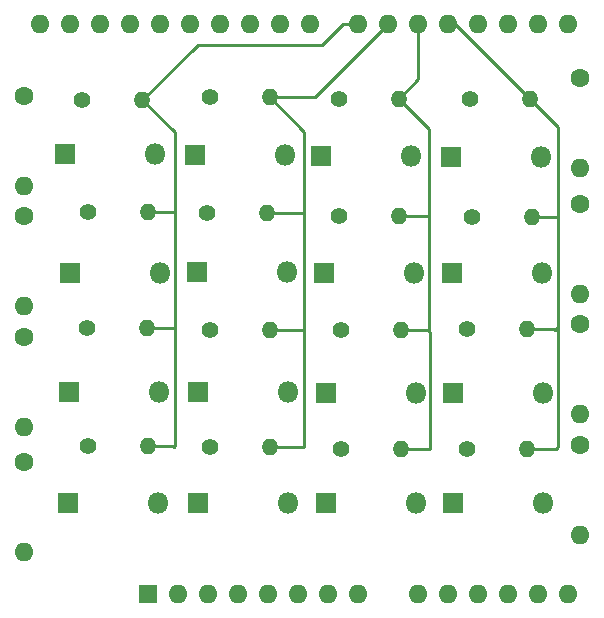
<source format=gbr>
%TF.GenerationSoftware,KiCad,Pcbnew,(6.0.10)*%
%TF.CreationDate,2023-01-21T21:44:47-06:00*%
%TF.ProjectId,Keypad,4b657970-6164-42e6-9b69-6361645f7063,rev?*%
%TF.SameCoordinates,Original*%
%TF.FileFunction,Copper,L2,Bot*%
%TF.FilePolarity,Positive*%
%FSLAX46Y46*%
G04 Gerber Fmt 4.6, Leading zero omitted, Abs format (unit mm)*
G04 Created by KiCad (PCBNEW (6.0.10)) date 2023-01-21 21:44:47*
%MOMM*%
%LPD*%
G01*
G04 APERTURE LIST*
%TA.AperFunction,ComponentPad*%
%ADD10R,1.800000X1.800000*%
%TD*%
%TA.AperFunction,ComponentPad*%
%ADD11O,1.800000X1.800000*%
%TD*%
%TA.AperFunction,ComponentPad*%
%ADD12C,1.400000*%
%TD*%
%TA.AperFunction,ComponentPad*%
%ADD13O,1.400000X1.400000*%
%TD*%
%TA.AperFunction,ComponentPad*%
%ADD14C,1.600000*%
%TD*%
%TA.AperFunction,ComponentPad*%
%ADD15O,1.600000X1.600000*%
%TD*%
%TA.AperFunction,ComponentPad*%
%ADD16R,1.600000X1.600000*%
%TD*%
%TA.AperFunction,Conductor*%
%ADD17C,0.250000*%
%TD*%
G04 APERTURE END LIST*
D10*
%TO.P,D8,1,K*%
%TO.N,Net-(D8-Pad1)*%
X128422400Y-87299800D03*
D11*
%TO.P,D8,2,A*%
%TO.N,Net-(D12-Pad2)*%
X136042400Y-87299800D03*
%TD*%
D12*
%TO.P,SW12,1,1*%
%TO.N,Net-(D12-Pad1)*%
X140487400Y-82727800D03*
D13*
%TO.P,SW12,2,2*%
%TO.N,Net-(SW10-Pad2)*%
X145567400Y-82727800D03*
%TD*%
D10*
%TO.P,D16,1,K*%
%TO.N,Net-(D16-Pad1)*%
X150012400Y-87299800D03*
D11*
%TO.P,D16,2,A*%
%TO.N,Net-(D12-Pad2)*%
X157632400Y-87299800D03*
%TD*%
D14*
%TO.P,R1_330,1*%
%TO.N,Net-(R1_330-Pad1)*%
X160782000Y-82423000D03*
D15*
%TO.P,R1_330,2*%
%TO.N,Net-(D12-Pad2)*%
X160782000Y-90043000D03*
%TD*%
D10*
%TO.P,D13,1,K*%
%TO.N,Net-(D13-Pad1)*%
X149834600Y-57988200D03*
D11*
%TO.P,D13,2,A*%
%TO.N,Net-(D1-Pad2)*%
X157454600Y-57988200D03*
%TD*%
D12*
%TO.P,SW14,1,1*%
%TO.N,Net-(D14-Pad1)*%
X151587200Y-63093600D03*
D13*
%TO.P,SW14,2,2*%
%TO.N,Net-(SW13-Pad2)*%
X156667200Y-63093600D03*
%TD*%
D10*
%TO.P,D7,1,K*%
%TO.N,Net-(D7-Pad1)*%
X128422400Y-77901800D03*
D11*
%TO.P,D7,2,A*%
%TO.N,Net-(D11-Pad2)*%
X136042400Y-77901800D03*
%TD*%
D12*
%TO.P,SW6,1,1*%
%TO.N,Net-(D6-Pad1)*%
X129133600Y-62788800D03*
D13*
%TO.P,SW6,2,2*%
%TO.N,Net-(SW5-Pad2)*%
X134213600Y-62788800D03*
%TD*%
D12*
%TO.P,SW9,1,1*%
%TO.N,Net-(D9-Pad1)*%
X140309600Y-53111400D03*
D13*
%TO.P,SW9,2,2*%
%TO.N,Net-(SW10-Pad2)*%
X145389600Y-53111400D03*
%TD*%
D10*
%TO.P,D6,1,K*%
%TO.N,Net-(D6-Pad1)*%
X128295400Y-67741800D03*
D11*
%TO.P,D6,2,A*%
%TO.N,Net-(D10-Pad2)*%
X135915400Y-67741800D03*
%TD*%
D12*
%TO.P,SW11,1,1*%
%TO.N,Net-(D11-Pad1)*%
X140487400Y-72694800D03*
D13*
%TO.P,SW11,2,2*%
%TO.N,Net-(SW10-Pad2)*%
X145567400Y-72694800D03*
%TD*%
D14*
%TO.P,R2_330,1*%
%TO.N,Net-(R2_330-Pad1)*%
X160782000Y-72136000D03*
D15*
%TO.P,R2_330,2*%
%TO.N,Net-(D11-Pad2)*%
X160782000Y-79756000D03*
%TD*%
D14*
%TO.P,R3_330,1*%
%TO.N,Net-(R3_330-Pad1)*%
X160782000Y-61976000D03*
D15*
%TO.P,R3_330,2*%
%TO.N,Net-(D10-Pad2)*%
X160782000Y-69596000D03*
%TD*%
D10*
%TO.P,D1,1,K*%
%TO.N,Net-(D1-Pad1)*%
X117144800Y-57785000D03*
D11*
%TO.P,D1,2,A*%
%TO.N,Net-(D1-Pad2)*%
X124764800Y-57785000D03*
%TD*%
D10*
%TO.P,D9,1,K*%
%TO.N,Net-(D9-Pad1)*%
X138836400Y-57937400D03*
D11*
%TO.P,D9,2,A*%
%TO.N,Net-(D1-Pad2)*%
X146456400Y-57937400D03*
%TD*%
D10*
%TO.P,D10,1,K*%
%TO.N,Net-(D10-Pad1)*%
X139090400Y-67868800D03*
D11*
%TO.P,D10,2,A*%
%TO.N,Net-(D10-Pad2)*%
X146710400Y-67868800D03*
%TD*%
D10*
%TO.P,D14,1,K*%
%TO.N,Net-(D14-Pad1)*%
X149885400Y-67868800D03*
D11*
%TO.P,D14,2,A*%
%TO.N,Net-(D10-Pad2)*%
X157505400Y-67868800D03*
%TD*%
D10*
%TO.P,D4,1,K*%
%TO.N,Net-(D4-Pad1)*%
X117373400Y-87299800D03*
D11*
%TO.P,D4,2,A*%
%TO.N,Net-(D12-Pad2)*%
X124993400Y-87299800D03*
%TD*%
D10*
%TO.P,D11,1,K*%
%TO.N,Net-(D11-Pad1)*%
X139217400Y-78028800D03*
D11*
%TO.P,D11,2,A*%
%TO.N,Net-(D11-Pad2)*%
X146837400Y-78028800D03*
%TD*%
D12*
%TO.P,SW15,1,1*%
%TO.N,Net-(D15-Pad1)*%
X151155400Y-72567800D03*
D13*
%TO.P,SW15,2,2*%
%TO.N,Net-(SW13-Pad2)*%
X156235400Y-72567800D03*
%TD*%
D14*
%TO.P,R5_1K,1*%
%TO.N,Net-(R5_330-Pad1)*%
X113665000Y-52832000D03*
D15*
%TO.P,R5_1K,2*%
%TO.N,Net-(D1-Pad2)*%
X113665000Y-60452000D03*
%TD*%
D10*
%TO.P,D3,1,K*%
%TO.N,Net-(D3-Pad1)*%
X117500400Y-77876400D03*
D11*
%TO.P,D3,2,A*%
%TO.N,Net-(D11-Pad2)*%
X125120400Y-77876400D03*
%TD*%
%TO.P,D5,2,A*%
%TO.N,Net-(D1-Pad2)*%
X135788400Y-57835800D03*
D10*
%TO.P,D5,1,K*%
%TO.N,Net-(D5-Pad1)*%
X128168400Y-57835800D03*
%TD*%
%TO.P,D12,1,K*%
%TO.N,Net-(D12-Pad1)*%
X139217400Y-87299800D03*
D11*
%TO.P,D12,2,A*%
%TO.N,Net-(D12-Pad2)*%
X146837400Y-87299800D03*
%TD*%
D12*
%TO.P,SW13,1,1*%
%TO.N,Net-(D13-Pad1)*%
X151434800Y-53111400D03*
D13*
%TO.P,SW13,2,2*%
%TO.N,Net-(SW13-Pad2)*%
X156514800Y-53111400D03*
%TD*%
D12*
%TO.P,SW5,1,1*%
%TO.N,Net-(D5-Pad1)*%
X129387600Y-52959000D03*
D13*
%TO.P,SW5,2,2*%
%TO.N,Net-(SW5-Pad2)*%
X134467600Y-52959000D03*
%TD*%
D16*
%TO.P,Keypad,1,NC*%
%TO.N,unconnected-(U1-Pad1)*%
X124206000Y-94996000D03*
D15*
%TO.P,Keypad,2,IOREF*%
%TO.N,unconnected-(U1-Pad2)*%
X126746000Y-94996000D03*
%TO.P,Keypad,3,~{RESET}*%
%TO.N,unconnected-(U1-Pad3)*%
X129286000Y-94996000D03*
%TO.P,Keypad,4,3V3*%
%TO.N,unconnected-(U1-Pad4)*%
X131826000Y-94996000D03*
%TO.P,Keypad,5,+5V*%
%TO.N,unconnected-(U1-Pad5)*%
X134366000Y-94996000D03*
%TO.P,Keypad,6,GND*%
%TO.N,unconnected-(U1-Pad6)*%
X136906000Y-94996000D03*
%TO.P,Keypad,7,GND*%
%TO.N,unconnected-(U1-Pad7)*%
X139446000Y-94996000D03*
%TO.P,Keypad,8,VIN*%
%TO.N,unconnected-(U1-Pad8)*%
X141986000Y-94996000D03*
%TO.P,Keypad,9,A0*%
%TO.N,unconnected-(U1-Pad9)*%
X147066000Y-94996000D03*
%TO.P,Keypad,10,A1*%
%TO.N,unconnected-(U1-Pad10)*%
X149606000Y-94996000D03*
%TO.P,Keypad,11,A2*%
%TO.N,unconnected-(U1-Pad11)*%
X152146000Y-94996000D03*
%TO.P,Keypad,12,A3*%
%TO.N,unconnected-(U1-Pad12)*%
X154686000Y-94996000D03*
%TO.P,Keypad,13,SDA/A4*%
%TO.N,unconnected-(U1-Pad13)*%
X157226000Y-94996000D03*
%TO.P,Keypad,14,SCL/A5*%
%TO.N,unconnected-(U1-Pad14)*%
X159766000Y-94996000D03*
%TO.P,Keypad,15,D0/RX*%
%TO.N,Net-(R1_330-Pad1)*%
X159766000Y-46736000D03*
%TO.P,Keypad,16,D1/TX*%
%TO.N,Net-(R2_330-Pad1)*%
X157226000Y-46736000D03*
%TO.P,Keypad,17,D2*%
%TO.N,Net-(R3_330-Pad1)*%
X154686000Y-46736000D03*
%TO.P,Keypad,18,D3*%
%TO.N,Net-(R4_330-Pad1)*%
X152146000Y-46736000D03*
%TO.P,Keypad,19,D4*%
%TO.N,Net-(SW13-Pad2)*%
X149606000Y-46736000D03*
%TO.P,Keypad,20,D5*%
%TO.N,Net-(SW10-Pad2)*%
X147066000Y-46736000D03*
%TO.P,Keypad,21,D6*%
%TO.N,Net-(SW5-Pad2)*%
X144526000Y-46736000D03*
%TO.P,Keypad,22,D7*%
%TO.N,Net-(SW1-Pad2)*%
X141986000Y-46736000D03*
%TO.P,Keypad,23,D8*%
%TO.N,unconnected-(U1-Pad23)*%
X137926000Y-46736000D03*
%TO.P,Keypad,24,D9*%
%TO.N,unconnected-(U1-Pad24)*%
X135386000Y-46736000D03*
%TO.P,Keypad,25,D10*%
%TO.N,unconnected-(U1-Pad25)*%
X132846000Y-46736000D03*
%TO.P,Keypad,26,D11*%
%TO.N,unconnected-(U1-Pad26)*%
X130306000Y-46736000D03*
%TO.P,Keypad,27,D12*%
%TO.N,unconnected-(U1-Pad27)*%
X127766000Y-46736000D03*
%TO.P,Keypad,28,D13*%
%TO.N,unconnected-(U1-Pad28)*%
X125226000Y-46736000D03*
%TO.P,Keypad,29,GND*%
%TO.N,Net-(R5_330-Pad1)*%
X122686000Y-46736000D03*
%TO.P,Keypad,30,AREF*%
%TO.N,unconnected-(U1-Pad30)*%
X120146000Y-46736000D03*
%TO.P,Keypad,31,SDA/A4*%
%TO.N,unconnected-(U1-Pad31)*%
X117606000Y-46736000D03*
%TO.P,Keypad,32,SCL/A5*%
%TO.N,unconnected-(U1-Pad32)*%
X115066000Y-46736000D03*
%TD*%
D12*
%TO.P,SW10,1,1*%
%TO.N,Net-(D10-Pad1)*%
X140309600Y-62992000D03*
D13*
%TO.P,SW10,2,2*%
%TO.N,Net-(SW10-Pad2)*%
X145389600Y-62992000D03*
%TD*%
D12*
%TO.P,SW16,1,1*%
%TO.N,Net-(D16-Pad1)*%
X151155400Y-82727800D03*
D13*
%TO.P,SW16,2,2*%
%TO.N,Net-(SW13-Pad2)*%
X156235400Y-82727800D03*
%TD*%
D14*
%TO.P,R7_1K,1*%
%TO.N,Net-(R5_330-Pad1)*%
X113665000Y-73279000D03*
D15*
%TO.P,R7_1K,2*%
%TO.N,Net-(D11-Pad2)*%
X113665000Y-80899000D03*
%TD*%
D10*
%TO.P,D15,1,K*%
%TO.N,Net-(D15-Pad1)*%
X150012400Y-78028800D03*
D11*
%TO.P,D15,2,A*%
%TO.N,Net-(D11-Pad2)*%
X157632400Y-78028800D03*
%TD*%
D12*
%TO.P,SW8,1,1*%
%TO.N,Net-(D8-Pad1)*%
X129413000Y-82600800D03*
D13*
%TO.P,SW8,2,2*%
%TO.N,Net-(SW5-Pad2)*%
X134493000Y-82600800D03*
%TD*%
D12*
%TO.P,SW4,1,1*%
%TO.N,Net-(D4-Pad1)*%
X119100600Y-82448400D03*
D13*
%TO.P,SW4,2,2*%
%TO.N,Net-(SW1-Pad2)*%
X124180600Y-82448400D03*
%TD*%
D12*
%TO.P,SW3,1,1*%
%TO.N,Net-(D3-Pad1)*%
X118999000Y-72491600D03*
D13*
%TO.P,SW3,2,2*%
%TO.N,Net-(SW1-Pad2)*%
X124079000Y-72491600D03*
%TD*%
D14*
%TO.P,R4_330,1*%
%TO.N,Net-(R4_330-Pad1)*%
X160782000Y-51308000D03*
D15*
%TO.P,R4_330,2*%
%TO.N,Net-(D1-Pad2)*%
X160782000Y-58928000D03*
%TD*%
D12*
%TO.P,SW2,1,1*%
%TO.N,Net-(D2-Pad1)*%
X119075200Y-62687200D03*
D13*
%TO.P,SW2,2,2*%
%TO.N,Net-(SW1-Pad2)*%
X124155200Y-62687200D03*
%TD*%
D14*
%TO.P,R6_1K,1*%
%TO.N,Net-(R5_330-Pad1)*%
X113665000Y-62992000D03*
D15*
%TO.P,R6_1K,2*%
%TO.N,Net-(D10-Pad2)*%
X113665000Y-70612000D03*
%TD*%
D10*
%TO.P,D2,1,K*%
%TO.N,Net-(D2-Pad1)*%
X117576600Y-67818000D03*
D11*
%TO.P,D2,2,A*%
%TO.N,Net-(D10-Pad2)*%
X125196600Y-67818000D03*
%TD*%
D12*
%TO.P,SW1,1,1*%
%TO.N,Net-(D1-Pad1)*%
X118618000Y-53213000D03*
D13*
%TO.P,SW1,2,2*%
%TO.N,Net-(SW1-Pad2)*%
X123698000Y-53213000D03*
%TD*%
D14*
%TO.P,R8_1K,1*%
%TO.N,Net-(R5_330-Pad1)*%
X113665000Y-83820000D03*
D15*
%TO.P,R8_1K,2*%
%TO.N,Net-(D12-Pad2)*%
X113665000Y-91440000D03*
%TD*%
D12*
%TO.P,SW7,1,1*%
%TO.N,Net-(D7-Pad1)*%
X129438400Y-72694800D03*
D13*
%TO.P,SW7,2,2*%
%TO.N,Net-(SW5-Pad2)*%
X134518400Y-72694800D03*
%TD*%
D17*
%TO.N,Net-(SW13-Pad2)*%
X150139400Y-46736000D02*
X149606000Y-46736000D01*
X156514800Y-53111400D02*
X150139400Y-46736000D01*
%TO.N,Net-(SW10-Pad2)*%
X147066000Y-51435000D02*
X147066000Y-46736000D01*
X145389600Y-53111400D02*
X147066000Y-51435000D01*
%TO.N,Net-(SW5-Pad2)*%
X138303000Y-52959000D02*
X144526000Y-46736000D01*
X134467600Y-52959000D02*
X138303000Y-52959000D01*
%TO.N,Net-(SW1-Pad2)*%
X140716000Y-46736000D02*
X141986000Y-46736000D01*
X128397000Y-48514000D02*
X138938000Y-48514000D01*
X138938000Y-48514000D02*
X140716000Y-46736000D01*
X123698000Y-53213000D02*
X128397000Y-48514000D01*
%TO.N,Net-(SW13-Pad2)*%
X158699200Y-82727800D02*
X156235400Y-82727800D01*
X158857400Y-72421200D02*
X158857400Y-82569600D01*
X158857400Y-82569600D02*
X158699200Y-82727800D01*
X158851600Y-72415400D02*
X158857400Y-72421200D01*
X158546800Y-72567800D02*
X156235400Y-72567800D01*
X158851600Y-72415400D02*
X158623000Y-72644000D01*
X158623000Y-72644000D02*
X158546800Y-72567800D01*
X158851600Y-63093600D02*
X158851600Y-72415400D01*
X158877000Y-63119000D02*
X158851600Y-63093600D01*
X158851600Y-63093600D02*
X156667200Y-63093600D01*
X158877000Y-55473600D02*
X158877000Y-63119000D01*
X156514800Y-53111400D02*
X158877000Y-55473600D01*
%TO.N,Net-(SW10-Pad2)*%
X148031200Y-82727800D02*
X145567400Y-82727800D01*
X148062400Y-82657400D02*
X148082000Y-82677000D01*
X148062400Y-72853000D02*
X148062400Y-82657400D01*
X148082000Y-82677000D02*
X148031200Y-82727800D01*
X147904200Y-72694800D02*
X148062400Y-72853000D01*
X147904200Y-72694800D02*
X145567400Y-72694800D01*
X147955000Y-72644000D02*
X147904200Y-72694800D01*
X147955000Y-62992000D02*
X147955000Y-72644000D01*
X147955000Y-62992000D02*
X145389600Y-62992000D01*
X147955000Y-55676800D02*
X147955000Y-62992000D01*
X145389600Y-53111400D02*
X147955000Y-55676800D01*
%TO.N,Net-(SW5-Pad2)*%
X137414000Y-82550000D02*
X137363200Y-82600800D01*
X137363200Y-82600800D02*
X134493000Y-82600800D01*
X137414000Y-72644000D02*
X137414000Y-82550000D01*
X137363200Y-72694800D02*
X134518400Y-72694800D01*
X137414000Y-62865000D02*
X137414000Y-72644000D01*
X137414000Y-72644000D02*
X137363200Y-72694800D01*
X137414000Y-62865000D02*
X137337800Y-62788800D01*
X137337800Y-62788800D02*
X134213600Y-62788800D01*
X137414000Y-55905400D02*
X137414000Y-62865000D01*
X134467600Y-52959000D02*
X137414000Y-55905400D01*
%TO.N,Net-(SW1-Pad2)*%
X126288800Y-62687200D02*
X126421600Y-62554400D01*
X124155200Y-62687200D02*
X126288800Y-62687200D01*
X126421600Y-62554400D02*
X126421600Y-72587400D01*
X126421600Y-55936600D02*
X126421600Y-62554400D01*
X124079000Y-72491600D02*
X126325800Y-72491600D01*
X126421600Y-72587400D02*
X126421600Y-82493400D01*
X126325800Y-72491600D02*
X126421600Y-72587400D01*
X126263400Y-82448400D02*
X124180600Y-82448400D01*
X126365000Y-82550000D02*
X126263400Y-82448400D01*
X126421600Y-82493400D02*
X126365000Y-82550000D01*
X123698000Y-53213000D02*
X126421600Y-55936600D01*
%TD*%
M02*

</source>
